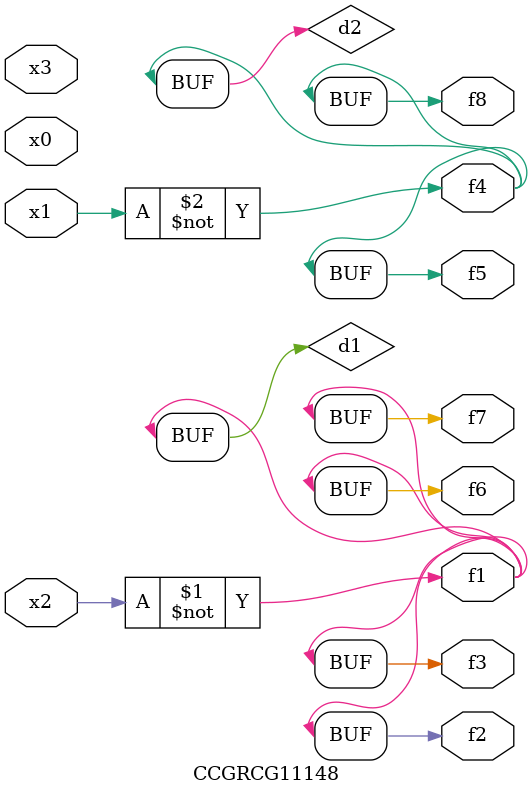
<source format=v>
module CCGRCG11148(
	input x0, x1, x2, x3,
	output f1, f2, f3, f4, f5, f6, f7, f8
);

	wire d1, d2;

	xnor (d1, x2);
	not (d2, x1);
	assign f1 = d1;
	assign f2 = d1;
	assign f3 = d1;
	assign f4 = d2;
	assign f5 = d2;
	assign f6 = d1;
	assign f7 = d1;
	assign f8 = d2;
endmodule

</source>
